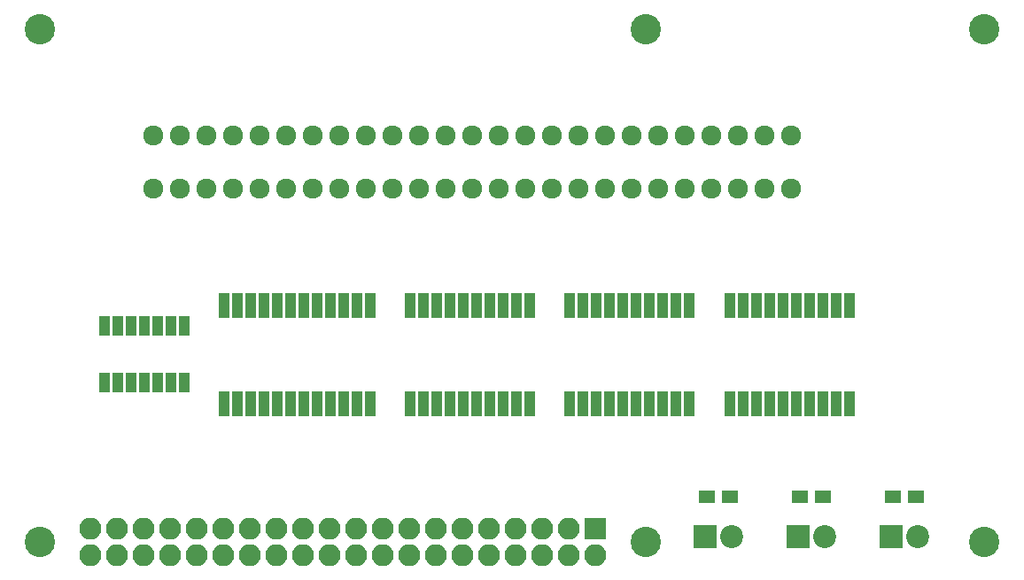
<source format=gbr>
G04 #@! TF.FileFunction,Soldermask,Bot*
%FSLAX46Y46*%
G04 Gerber Fmt 4.6, Leading zero omitted, Abs format (unit mm)*
G04 Created by KiCad (PCBNEW 4.0.7) date 02/21/19 02:12:21*
%MOMM*%
%LPD*%
G01*
G04 APERTURE LIST*
%ADD10C,0.100000*%
%ADD11C,2.900000*%
%ADD12R,2.100000X2.100000*%
%ADD13O,2.100000X2.100000*%
%ADD14R,1.000000X2.350000*%
%ADD15R,1.000000X2.400000*%
%ADD16R,1.000000X1.900000*%
%ADD17R,2.200000X2.200000*%
%ADD18C,2.200000*%
%ADD19C,1.924000*%
%ADD20R,1.600000X1.300000*%
G04 APERTURE END LIST*
D10*
D11*
X209499000Y-110959800D03*
X209499000Y-61959900D03*
X119215000Y-110947000D03*
D12*
X172298000Y-109703000D03*
D13*
X172298000Y-112243000D03*
X169758000Y-109703000D03*
X169758000Y-112243000D03*
X167218000Y-109703000D03*
X167218000Y-112243000D03*
X164678000Y-109703000D03*
X164678000Y-112243000D03*
X162138000Y-109703000D03*
X162138000Y-112243000D03*
X159598000Y-109703000D03*
X159598000Y-112243000D03*
X157058000Y-109703000D03*
X157058000Y-112243000D03*
X154518000Y-109703000D03*
X154518000Y-112243000D03*
X151978000Y-109703000D03*
X151978000Y-112243000D03*
X149438000Y-109703000D03*
X149438000Y-112243000D03*
X146898000Y-109703000D03*
X146898000Y-112243000D03*
X144358000Y-109703000D03*
X144358000Y-112243000D03*
X141818000Y-109703000D03*
X141818000Y-112243000D03*
X139278000Y-109703000D03*
X139278000Y-112243000D03*
X136738000Y-109703000D03*
X136738000Y-112243000D03*
X134198000Y-109703000D03*
X134198000Y-112243000D03*
X131658000Y-109703000D03*
X131658000Y-112243000D03*
X129118000Y-109703000D03*
X129118000Y-112243000D03*
X126578000Y-109703000D03*
X126578000Y-112243000D03*
X124038000Y-109703000D03*
X124038000Y-112243000D03*
D14*
X169875000Y-88337700D03*
X171145000Y-88337700D03*
X172415000Y-88337700D03*
X173685000Y-88337700D03*
X174955000Y-88337700D03*
X176225000Y-88337700D03*
X177495000Y-88337700D03*
X178765000Y-88337700D03*
X180035000Y-88337700D03*
X181305000Y-88337700D03*
X181305000Y-97737700D03*
X180035000Y-97737700D03*
X178765000Y-97737700D03*
X177495000Y-97737700D03*
X176225000Y-97737700D03*
X174955000Y-97737700D03*
X173685000Y-97737700D03*
X172415000Y-97737700D03*
X171145000Y-97737700D03*
X169875000Y-97737700D03*
X154635000Y-88337700D03*
X155905000Y-88337700D03*
X157175000Y-88337700D03*
X158445000Y-88337700D03*
X159715000Y-88337700D03*
X160985000Y-88337700D03*
X162255000Y-88337700D03*
X163525000Y-88337700D03*
X164795000Y-88337700D03*
X166065000Y-88337700D03*
X166065000Y-97737700D03*
X164795000Y-97737700D03*
X163525000Y-97737700D03*
X162255000Y-97737700D03*
X160985000Y-97737700D03*
X159715000Y-97737700D03*
X158445000Y-97737700D03*
X157175000Y-97737700D03*
X155905000Y-97737700D03*
X154635000Y-97737700D03*
X185166000Y-88337700D03*
X186436000Y-88337700D03*
X187706000Y-88337700D03*
X188976000Y-88337700D03*
X190246000Y-88337700D03*
X191516000Y-88337700D03*
X192786000Y-88337700D03*
X194056000Y-88337700D03*
X195326000Y-88337700D03*
X196596000Y-88337700D03*
X196596000Y-97737700D03*
X195326000Y-97737700D03*
X194056000Y-97737700D03*
X192786000Y-97737700D03*
X191516000Y-97737700D03*
X190246000Y-97737700D03*
X188976000Y-97737700D03*
X187706000Y-97737700D03*
X186436000Y-97737700D03*
X185166000Y-97737700D03*
D15*
X136855000Y-88337700D03*
X138125000Y-88337700D03*
X139395000Y-88337700D03*
X140665000Y-88337700D03*
X141935000Y-88337700D03*
X143205000Y-88337700D03*
X144475000Y-88337700D03*
X145745000Y-88337700D03*
X147015000Y-88337700D03*
X148285000Y-88337700D03*
X149555000Y-88337700D03*
X150825000Y-88337700D03*
X150825000Y-97737700D03*
X149555000Y-97737700D03*
X148285000Y-97737700D03*
X147015000Y-97737700D03*
X145745000Y-97737700D03*
X144475000Y-97737700D03*
X143205000Y-97737700D03*
X141935000Y-97737700D03*
X140665000Y-97737700D03*
X139395000Y-97737700D03*
X138125000Y-97737700D03*
X136855000Y-97737700D03*
D16*
X125425000Y-90337700D03*
X126695000Y-90337700D03*
X127965000Y-90337700D03*
X129235000Y-90337700D03*
X130505000Y-90337700D03*
X131775000Y-90337700D03*
X133045000Y-90337700D03*
X133045000Y-95737700D03*
X131775000Y-95737700D03*
X130505000Y-95737700D03*
X129235000Y-95737700D03*
X127965000Y-95737700D03*
X126695000Y-95737700D03*
X125425000Y-95737700D03*
D17*
X182842000Y-110465000D03*
D18*
X185382000Y-110465000D03*
D17*
X191732000Y-110465000D03*
D18*
X194272000Y-110465000D03*
D17*
X200622000Y-110465000D03*
D18*
X203162000Y-110465000D03*
D19*
X191008000Y-72136000D03*
X191008000Y-77216000D03*
X188468000Y-72136000D03*
X188468000Y-77216000D03*
X185928000Y-72136000D03*
X185928000Y-77216000D03*
X183388000Y-72136000D03*
X183388000Y-77216000D03*
X180848000Y-72136000D03*
X180848000Y-77216000D03*
X178308000Y-72136000D03*
X178308000Y-77216000D03*
X175768000Y-72136000D03*
X175768000Y-77216000D03*
X173228000Y-72136000D03*
X173228000Y-77216000D03*
X170688000Y-72136000D03*
X170688000Y-77216000D03*
X168148000Y-72136000D03*
X168148000Y-77216000D03*
X165608000Y-72136000D03*
X165608000Y-77216000D03*
X163068000Y-72136000D03*
X163068000Y-77216000D03*
X160528000Y-72136000D03*
X160528000Y-77216000D03*
X157988000Y-72136000D03*
X157988000Y-77216000D03*
X155448000Y-72136000D03*
X155448000Y-77216000D03*
X152908000Y-72136000D03*
X152908000Y-77216000D03*
X150368000Y-72136000D03*
X150368000Y-77216000D03*
X147828000Y-72136000D03*
X147828000Y-77216000D03*
X145288000Y-72136000D03*
X145288000Y-77216000D03*
X142748000Y-72136000D03*
X142748000Y-77216000D03*
X140208000Y-72136000D03*
X140208000Y-77216000D03*
X137668000Y-72136000D03*
X137668000Y-77216000D03*
X135128000Y-72136000D03*
X135128000Y-77216000D03*
X132588000Y-72136000D03*
X132588000Y-77216000D03*
X130048000Y-72136000D03*
X130048000Y-77216000D03*
D20*
X183012000Y-106655000D03*
X185212000Y-106655000D03*
X191902000Y-106655000D03*
X194102000Y-106655000D03*
X200792000Y-106655000D03*
X202992000Y-106655000D03*
D11*
X119202000Y-61925200D03*
X177152000Y-110960000D03*
X177140000Y-61963300D03*
M02*

</source>
